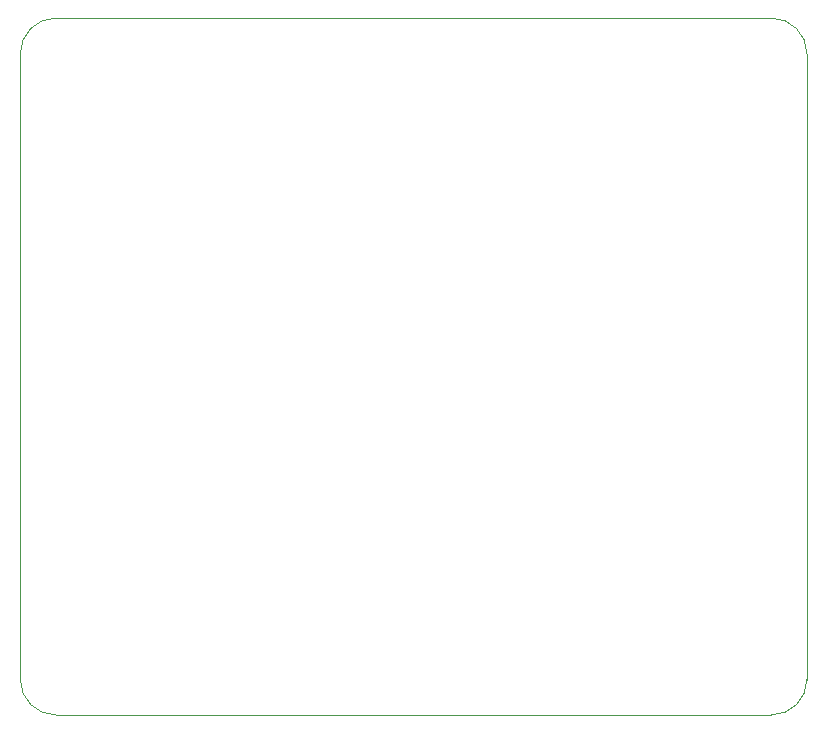
<source format=gbr>
%TF.GenerationSoftware,KiCad,Pcbnew,8.0.6*%
%TF.CreationDate,2025-04-11T13:23:37-07:00*%
%TF.ProjectId,SF_PCB_Rev1-3,53465f50-4342-45f5-9265-76312d332e6b,rev?*%
%TF.SameCoordinates,Original*%
%TF.FileFunction,Profile,NP*%
%FSLAX46Y46*%
G04 Gerber Fmt 4.6, Leading zero omitted, Abs format (unit mm)*
G04 Created by KiCad (PCBNEW 8.0.6) date 2025-04-11 13:23:37*
%MOMM*%
%LPD*%
G01*
G04 APERTURE LIST*
%TA.AperFunction,Profile*%
%ADD10C,0.100000*%
%TD*%
G04 APERTURE END LIST*
D10*
X176700000Y-76000000D02*
X176700000Y-23000000D01*
X243300000Y-76000000D02*
G75*
G02*
X240300000Y-79000000I-3000000J0D01*
G01*
X179700000Y-20000000D02*
X240300000Y-20000000D01*
X179700000Y-79000000D02*
G75*
G02*
X176700000Y-76000000I0J3000000D01*
G01*
X240300000Y-20000000D02*
G75*
G02*
X243300000Y-23000000I0J-3000000D01*
G01*
X240300000Y-79000000D02*
X179700000Y-79000000D01*
X243300000Y-23000000D02*
X243300000Y-76000000D01*
X176700000Y-23000000D02*
G75*
G02*
X179700000Y-20000000I3000000J0D01*
G01*
M02*

</source>
